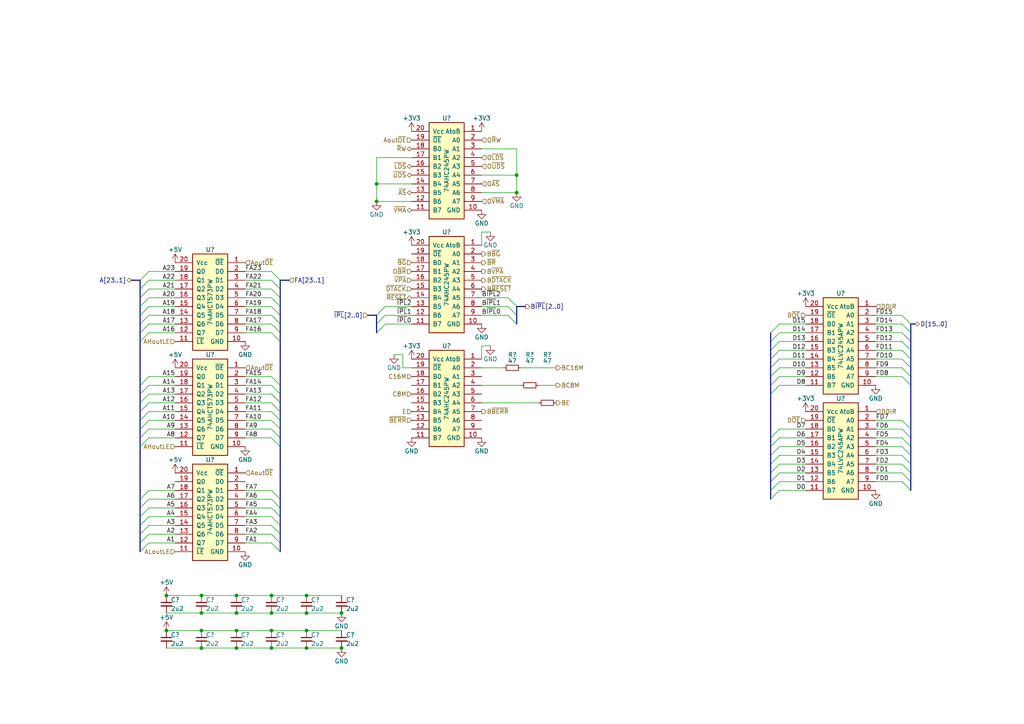
<source format=kicad_sch>
(kicad_sch (version 20211123) (generator eeschema)
  (paper "A4")
  (lib_symbols
    (symbol "Device:C_Small" (pin_numbers hide) (pin_names (offset 0.254) hide)
      (property "Reference" "C" (at 0.254 1.778 0))
      (property "Value" "C_Small" (at 0.254 -2.032 0))
      (symbol "C_Small_0_1"
        (polyline (pts (xy -1.524 -0.508) (xy 1.524 -0.508)) (stroke (width 0.3302)))
        (polyline (pts (xy -1.524 0.508) (xy 1.524 0.508)) (stroke (width 0.3048)))
      )
      (symbol "C_Small_1_1"
        (pin passive line (at 0 2.54 270) (length 2.032) (name "~") (number "1"))
        (pin passive line (at 0 -2.54 90) (length 2.032) (name "~") (number "2"))
      )
    )
    (symbol "Device:R_Small" (pin_numbers hide) (pin_names (offset 0.254) hide)
      (property "Reference" "R" (at 0.762 0.508 0))
      (property "Value" "R_Small" (at 0.762 -1.016 0))
      (symbol "R_Small_0_1"
        (rectangle (start -0.762 1.778) (end 0.762 -1.778) (stroke (width 0.2032)))
      )
      (symbol "R_Small_1_1"
        (pin passive line (at 0 2.54 270) (length 0.762) (name "~") (number "1"))
        (pin passive line (at 0 -2.54 90) (length 0.762) (name "~") (number "2"))
      )
    )
    (symbol "GW_Logic:74245" (pin_names (offset 1.016))
      (property "Reference" "U" (at 0 15.24 0))
      (property "Value" "74245" (at 0 0 90))
      (symbol "74245_0_1"
        (rectangle (start -5.08 13.97) (end 5.08 -13.97) (stroke (width 0.254)) (fill (type background)))
      )
      (symbol "74245_1_1"
        (pin input line (at -10.16 11.43 0) (length 5.08) (name "AtoB") (number "1"))
        (pin power_in line (at -10.16 -11.43 0) (length 5.08) (name "GND") (number "10"))
        (pin bidirectional line (at 10.16 -11.43 180) (length 5.08) (name "B7") (number "11"))
        (pin bidirectional line (at 10.16 -8.89 180) (length 5.08) (name "B6") (number "12"))
        (pin bidirectional line (at 10.16 -6.35 180) (length 5.08) (name "B5") (number "13"))
        (pin bidirectional line (at 10.16 -3.81 180) (length 5.08) (name "B4") (number "14"))
        (pin bidirectional line (at 10.16 -1.27 180) (length 5.08) (name "B3") (number "15"))
        (pin bidirectional line (at 10.16 1.27 180) (length 5.08) (name "B2") (number "16"))
        (pin bidirectional line (at 10.16 3.81 180) (length 5.08) (name "B1") (number "17"))
        (pin bidirectional line (at 10.16 6.35 180) (length 5.08) (name "B0") (number "18"))
        (pin input line (at 10.16 8.89 180) (length 5.08) (name "~{OE}") (number "19"))
        (pin bidirectional line (at -10.16 8.89 0) (length 5.08) (name "A0") (number "2"))
        (pin power_in line (at 10.16 11.43 180) (length 5.08) (name "Vcc") (number "20"))
        (pin bidirectional line (at -10.16 6.35 0) (length 5.08) (name "A1") (number "3"))
        (pin bidirectional line (at -10.16 3.81 0) (length 5.08) (name "A2") (number "4"))
        (pin bidirectional line (at -10.16 1.27 0) (length 5.08) (name "A3") (number "5"))
        (pin bidirectional line (at -10.16 -1.27 0) (length 5.08) (name "A4") (number "6"))
        (pin bidirectional line (at -10.16 -3.81 0) (length 5.08) (name "A5") (number "7"))
        (pin bidirectional line (at -10.16 -6.35 0) (length 5.08) (name "A6") (number "8"))
        (pin bidirectional line (at -10.16 -8.89 0) (length 5.08) (name "A7") (number "9"))
      )
    )
    (symbol "GW_Logic:74573" (pin_names (offset 1.016))
      (property "Reference" "U" (at 0 15.24 0))
      (property "Value" "74573" (at 0 -15.24 0))
      (symbol "74573_0_1"
        (rectangle (start -5.08 13.97) (end 5.08 -13.97) (stroke (width 0.254)) (fill (type background)))
      )
      (symbol "74573_1_1"
        (pin input line (at -10.16 11.43 0) (length 5.08) (name "~{OE}") (number "1"))
        (pin power_in line (at -10.16 -11.43 0) (length 5.08) (name "GND") (number "10"))
        (pin input line (at 10.16 -11.43 180) (length 5.08) (name "~{LE}") (number "11"))
        (pin tri_state line (at 10.16 -8.89 180) (length 5.08) (name "Q7") (number "12"))
        (pin tri_state line (at 10.16 -6.35 180) (length 5.08) (name "Q6") (number "13"))
        (pin tri_state line (at 10.16 -3.81 180) (length 5.08) (name "Q5") (number "14"))
        (pin tri_state line (at 10.16 -1.27 180) (length 5.08) (name "Q4") (number "15"))
        (pin tri_state line (at 10.16 1.27 180) (length 5.08) (name "Q3") (number "16"))
        (pin tri_state line (at 10.16 3.81 180) (length 5.08) (name "Q2") (number "17"))
        (pin tri_state line (at 10.16 6.35 180) (length 5.08) (name "Q1") (number "18"))
        (pin tri_state line (at 10.16 8.89 180) (length 5.08) (name "Q0") (number "19"))
        (pin input line (at -10.16 8.89 0) (length 5.08) (name "D0") (number "2"))
        (pin power_in line (at 10.16 11.43 180) (length 5.08) (name "Vcc") (number "20"))
        (pin input line (at -10.16 6.35 0) (length 5.08) (name "D1") (number "3"))
        (pin input line (at -10.16 3.81 0) (length 5.08) (name "D2") (number "4"))
        (pin input line (at -10.16 1.27 0) (length 5.08) (name "D3") (number "5"))
        (pin input line (at -10.16 -1.27 0) (length 5.08) (name "D4") (number "6"))
        (pin input line (at -10.16 -3.81 0) (length 5.08) (name "D5") (number "7"))
        (pin input line (at -10.16 -6.35 0) (length 5.08) (name "D6") (number "8"))
        (pin input line (at -10.16 -8.89 0) (length 5.08) (name "D7") (number "9"))
      )
    )
    (symbol "power:+3V3" (power) (pin_names (offset 0))
      (property "Value" "+3V3" (at 0 3.556 0))
      (symbol "+3V3_0_1"
        (polyline (pts (xy -0.762 1.27) (xy 0 2.54)))
        (polyline (pts (xy 0 0) (xy 0 2.54)))
        (polyline (pts (xy 0 2.54) (xy 0.762 1.27)))
      )
      (symbol "+3V3_1_1"
        (pin power_in line (at 0 0 90) (length 0) hide (name "+3V3") (number "1"))
      )
    )
    (symbol "power:+5V" (power) (pin_names (offset 0))
      (property "Value" "+5V" (at 0 3.556 0))
      (symbol "+5V_0_1"
        (polyline (pts (xy -0.762 1.27) (xy 0 2.54)))
        (polyline (pts (xy 0 0) (xy 0 2.54)))
        (polyline (pts (xy 0 2.54) (xy 0.762 1.27)))
      )
      (symbol "+5V_1_1"
        (pin power_in line (at 0 0 90) (length 0) hide (name "+5V") (number "1"))
      )
    )
    (symbol "power:GND" (power) (pin_names (offset 0))
      (property "Value" "GND" (at 0 -3.81 0))
      (symbol "GND_0_1"
        (polyline (pts (xy 0 0) (xy 0 -1.27) (xy 1.27 -1.27) (xy 0 -2.54) (xy -1.27 -1.27) (xy 0 -1.27)))
      )
      (symbol "GND_1_1"
        (pin power_in line (at 0 0 270) (length 0) hide (name "GND") (number "1"))
      )
    )
  )
  (junction (at 58.42 182.88))
  (junction (at 78.74 187.96))
  (junction (at 78.74 182.88))
  (junction (at 78.74 177.8))
  (junction (at 68.58 172.72))
  (junction (at 68.58 187.96))
  (junction (at 99.06 177.8))
  (junction (at 88.9 182.88))
  (junction (at 109.22 58.42))
  (junction (at 48.26 182.88))
  (junction (at 149.86 50.8))
  (junction (at 88.9 187.96))
  (junction (at 58.42 177.8))
  (junction (at 99.06 187.96))
  (junction (at 68.58 182.88))
  (junction (at 68.58 177.8))
  (junction (at 58.42 187.96))
  (junction (at 88.9 172.72))
  (junction (at 109.22 53.34))
  (junction (at 149.86 55.88))
  (junction (at 58.42 172.72))
  (junction (at 48.26 172.72))
  (junction (at 78.74 172.72))
  (junction (at 88.9 177.8))
  (bus_entry (at 78.74 144.78) (size 2.54 2.54))
  (bus_entry (at 147.32 91.44) (size 2.54 2.54))
  (bus_entry (at 43.18 142.24) (size -2.54 2.54))
  (bus_entry (at 43.18 127) (size -2.54 2.54))
  (bus_entry (at 43.18 91.44) (size -2.54 2.54))
  (bus_entry (at 261.62 109.22) (size 2.54 2.54))
  (bus_entry (at 78.74 157.48) (size 2.54 2.54))
  (bus_entry (at 78.74 78.74) (size 2.54 2.54))
  (bus_entry (at 78.74 96.52) (size 2.54 2.54))
  (bus_entry (at 78.74 152.4) (size 2.54 2.54))
  (bus_entry (at 111.76 93.98) (size -2.54 2.54))
  (bus_entry (at 43.18 144.78) (size -2.54 2.54))
  (bus_entry (at 43.18 78.74) (size -2.54 2.54))
  (bus_entry (at 226.06 99.06) (size -2.54 2.54))
  (bus_entry (at 226.06 127) (size -2.54 2.54))
  (bus_entry (at 226.06 109.22) (size -2.54 2.54))
  (bus_entry (at 261.62 91.44) (size 2.54 2.54))
  (bus_entry (at 43.18 149.86) (size -2.54 2.54))
  (bus_entry (at 43.18 152.4) (size -2.54 2.54))
  (bus_entry (at 78.74 88.9) (size 2.54 2.54))
  (bus_entry (at 43.18 121.92) (size -2.54 2.54))
  (bus_entry (at 43.18 81.28) (size -2.54 2.54))
  (bus_entry (at 78.74 114.3) (size 2.54 2.54))
  (bus_entry (at 78.74 83.82) (size 2.54 2.54))
  (bus_entry (at 261.62 139.7) (size 2.54 2.54))
  (bus_entry (at 261.62 127) (size 2.54 2.54))
  (bus_entry (at 43.18 147.32) (size -2.54 2.54))
  (bus_entry (at 43.18 119.38) (size -2.54 2.54))
  (bus_entry (at 147.32 86.36) (size 2.54 2.54))
  (bus_entry (at 43.18 114.3) (size -2.54 2.54))
  (bus_entry (at 261.62 132.08) (size 2.54 2.54))
  (bus_entry (at 261.62 137.16) (size 2.54 2.54))
  (bus_entry (at 226.06 111.76) (size -2.54 2.54))
  (bus_entry (at 226.06 132.08) (size -2.54 2.54))
  (bus_entry (at 78.74 142.24) (size 2.54 2.54))
  (bus_entry (at 78.74 109.22) (size 2.54 2.54))
  (bus_entry (at 261.62 99.06) (size 2.54 2.54))
  (bus_entry (at 226.06 106.68) (size -2.54 2.54))
  (bus_entry (at 261.62 96.52) (size 2.54 2.54))
  (bus_entry (at 78.74 147.32) (size 2.54 2.54))
  (bus_entry (at 78.74 91.44) (size 2.54 2.54))
  (bus_entry (at 226.06 134.62) (size -2.54 2.54))
  (bus_entry (at 226.06 104.14) (size -2.54 2.54))
  (bus_entry (at 43.18 83.82) (size -2.54 2.54))
  (bus_entry (at 43.18 124.46) (size -2.54 2.54))
  (bus_entry (at 43.18 86.36) (size -2.54 2.54))
  (bus_entry (at 226.06 142.24) (size -2.54 2.54))
  (bus_entry (at 261.62 101.6) (size 2.54 2.54))
  (bus_entry (at 78.74 124.46) (size 2.54 2.54))
  (bus_entry (at 78.74 116.84) (size 2.54 2.54))
  (bus_entry (at 226.06 139.7) (size -2.54 2.54))
  (bus_entry (at 261.62 129.54) (size 2.54 2.54))
  (bus_entry (at 78.74 119.38) (size 2.54 2.54))
  (bus_entry (at 78.74 127) (size 2.54 2.54))
  (bus_entry (at 78.74 111.76) (size 2.54 2.54))
  (bus_entry (at 147.32 88.9) (size 2.54 2.54))
  (bus_entry (at 226.06 96.52) (size -2.54 2.54))
  (bus_entry (at 43.18 93.98) (size -2.54 2.54))
  (bus_entry (at 261.62 121.92) (size 2.54 2.54))
  (bus_entry (at 78.74 149.86) (size 2.54 2.54))
  (bus_entry (at 78.74 154.94) (size 2.54 2.54))
  (bus_entry (at 226.06 93.98) (size -2.54 2.54))
  (bus_entry (at 261.62 104.14) (size 2.54 2.54))
  (bus_entry (at 78.74 81.28) (size 2.54 2.54))
  (bus_entry (at 43.18 96.52) (size -2.54 2.54))
  (bus_entry (at 226.06 124.46) (size -2.54 2.54))
  (bus_entry (at 261.62 134.62) (size 2.54 2.54))
  (bus_entry (at 226.06 137.16) (size -2.54 2.54))
  (bus_entry (at 111.76 88.9) (size -2.54 2.54))
  (bus_entry (at 78.74 121.92) (size 2.54 2.54))
  (bus_entry (at 261.62 124.46) (size 2.54 2.54))
  (bus_entry (at 226.06 101.6) (size -2.54 2.54))
  (bus_entry (at 43.18 157.48) (size -2.54 2.54))
  (bus_entry (at 43.18 111.76) (size -2.54 2.54))
  (bus_entry (at 78.74 86.36) (size 2.54 2.54))
  (bus_entry (at 43.18 109.22) (size -2.54 2.54))
  (bus_entry (at 43.18 116.84) (size -2.54 2.54))
  (bus_entry (at 111.76 91.44) (size -2.54 2.54))
  (bus_entry (at 261.62 93.98) (size 2.54 2.54))
  (bus_entry (at 43.18 88.9) (size -2.54 2.54))
  (bus_entry (at 78.74 93.98) (size 2.54 2.54))
  (bus_entry (at 226.06 129.54) (size -2.54 2.54))
  (bus_entry (at 43.18 154.94) (size -2.54 2.54))
  (bus_entry (at 261.62 106.68) (size 2.54 2.54))
  (wire (pts (xy 48.26 177.8) (xy 58.42 177.8)))
  (wire (pts (xy 71.12 147.32) (xy 78.74 147.32)))
  (wire (pts (xy 226.06 134.62) (xy 233.68 134.62)))
  (bus (pts (xy 264.16 129.54) (xy 264.16 132.08)))
  (wire (pts (xy 71.12 83.82) (xy 78.74 83.82)))
  (wire (pts (xy 88.9 182.88) (xy 99.06 182.88)))
  (wire (pts (xy 116.84 106.68) (xy 119.38 106.68)))
  (bus (pts (xy 40.64 86.36) (xy 40.64 88.9)))
  (bus (pts (xy 264.16 109.22) (xy 264.16 111.76)))
  (wire (pts (xy 254 91.44) (xy 261.62 91.44)))
  (wire (pts (xy 226.06 142.24) (xy 233.68 142.24)))
  (bus (pts (xy 81.28 152.4) (xy 81.28 154.94)))
  (wire (pts (xy 43.18 124.46) (xy 50.8 124.46)))
  (wire (pts (xy 139.7 55.88) (xy 149.86 55.88)))
  (wire (pts (xy 139.7 106.68) (xy 146.05 106.68)))
  (wire (pts (xy 149.86 50.8) (xy 149.86 55.88)))
  (bus (pts (xy 40.64 152.4) (xy 40.64 154.94)))
  (wire (pts (xy 50.8 91.44) (xy 43.18 91.44)))
  (wire (pts (xy 43.18 144.78) (xy 50.8 144.78)))
  (wire (pts (xy 43.18 157.48) (xy 50.8 157.48)))
  (wire (pts (xy 71.12 127) (xy 78.74 127)))
  (wire (pts (xy 48.26 182.88) (xy 58.42 182.88)))
  (bus (pts (xy 106.68 91.44) (xy 109.22 91.44)))
  (bus (pts (xy 264.16 134.62) (xy 264.16 137.16)))
  (wire (pts (xy 50.8 93.98) (xy 43.18 93.98)))
  (bus (pts (xy 109.22 93.98) (xy 109.22 96.52)))
  (bus (pts (xy 264.16 101.6) (xy 264.16 104.14)))
  (wire (pts (xy 71.12 119.38) (xy 78.74 119.38)))
  (wire (pts (xy 71.12 116.84) (xy 78.74 116.84)))
  (wire (pts (xy 58.42 187.96) (xy 68.58 187.96)))
  (bus (pts (xy 149.86 88.9) (xy 149.86 91.44)))
  (bus (pts (xy 81.28 149.86) (xy 81.28 152.4)))
  (wire (pts (xy 226.06 99.06) (xy 233.68 99.06)))
  (bus (pts (xy 264.16 106.68) (xy 264.16 109.22)))
  (bus (pts (xy 81.28 88.9) (xy 81.28 91.44)))
  (wire (pts (xy 48.26 172.72) (xy 58.42 172.72)))
  (bus (pts (xy 264.16 96.52) (xy 264.16 99.06)))
  (bus (pts (xy 223.52 101.6) (xy 223.52 104.14)))
  (wire (pts (xy 226.06 137.16) (xy 233.68 137.16)))
  (bus (pts (xy 40.64 116.84) (xy 40.64 119.38)))
  (bus (pts (xy 40.64 96.52) (xy 40.64 99.06)))
  (wire (pts (xy 226.06 104.14) (xy 233.68 104.14)))
  (wire (pts (xy 78.74 172.72) (xy 88.9 172.72)))
  (wire (pts (xy 43.18 119.38) (xy 50.8 119.38)))
  (bus (pts (xy 149.86 91.44) (xy 149.86 93.98)))
  (bus (pts (xy 40.64 147.32) (xy 40.64 149.86)))
  (bus (pts (xy 264.16 111.76) (xy 264.16 124.46)))
  (wire (pts (xy 43.18 109.22) (xy 50.8 109.22)))
  (wire (pts (xy 139.7 111.76) (xy 151.13 111.76)))
  (bus (pts (xy 223.52 127) (xy 223.52 129.54)))
  (bus (pts (xy 81.28 96.52) (xy 81.28 99.06)))
  (wire (pts (xy 139.7 43.18) (xy 149.86 43.18)))
  (wire (pts (xy 71.12 152.4) (xy 78.74 152.4)))
  (bus (pts (xy 40.64 111.76) (xy 40.64 114.3)))
  (wire (pts (xy 43.18 152.4) (xy 50.8 152.4)))
  (bus (pts (xy 40.64 91.44) (xy 40.64 93.98)))
  (wire (pts (xy 254 93.98) (xy 261.62 93.98)))
  (wire (pts (xy 71.12 78.74) (xy 78.74 78.74)))
  (wire (pts (xy 114.3 102.87) (xy 116.84 102.87)))
  (wire (pts (xy 71.12 144.78) (xy 78.74 144.78)))
  (wire (pts (xy 50.8 86.36) (xy 43.18 86.36)))
  (wire (pts (xy 254 96.52) (xy 261.62 96.52)))
  (bus (pts (xy 40.64 144.78) (xy 40.64 147.32)))
  (wire (pts (xy 254 127) (xy 261.62 127)))
  (wire (pts (xy 71.12 93.98) (xy 78.74 93.98)))
  (wire (pts (xy 147.32 88.9) (xy 139.7 88.9)))
  (bus (pts (xy 40.64 129.54) (xy 40.64 144.78)))
  (wire (pts (xy 139.7 50.8) (xy 149.86 50.8)))
  (bus (pts (xy 81.28 157.48) (xy 81.28 160.02)))
  (bus (pts (xy 223.52 109.22) (xy 223.52 111.76)))
  (wire (pts (xy 139.7 100.33) (xy 139.7 104.14)))
  (bus (pts (xy 40.64 88.9) (xy 40.64 91.44)))
  (bus (pts (xy 264.16 93.98) (xy 264.16 96.52)))
  (wire (pts (xy 254 101.6) (xy 261.62 101.6)))
  (bus (pts (xy 40.64 154.94) (xy 40.64 157.48)))
  (bus (pts (xy 264.16 127) (xy 264.16 129.54)))
  (bus (pts (xy 81.28 114.3) (xy 81.28 116.84)))
  (wire (pts (xy 58.42 172.72) (xy 68.58 172.72)))
  (wire (pts (xy 111.76 88.9) (xy 119.38 88.9)))
  (wire (pts (xy 142.24 67.31) (xy 139.7 67.31)))
  (wire (pts (xy 50.8 96.52) (xy 43.18 96.52)))
  (bus (pts (xy 81.28 99.06) (xy 81.28 111.76)))
  (bus (pts (xy 81.28 129.54) (xy 81.28 144.78)))
  (bus (pts (xy 40.64 114.3) (xy 40.64 116.84)))
  (bus (pts (xy 152.4 88.9) (xy 149.86 88.9)))
  (wire (pts (xy 139.7 116.84) (xy 156.21 116.84)))
  (bus (pts (xy 81.28 121.92) (xy 81.28 124.46)))
  (wire (pts (xy 254 137.16) (xy 261.62 137.16)))
  (wire (pts (xy 43.18 142.24) (xy 50.8 142.24)))
  (wire (pts (xy 226.06 93.98) (xy 233.68 93.98)))
  (wire (pts (xy 58.42 182.88) (xy 68.58 182.88)))
  (bus (pts (xy 264.16 104.14) (xy 264.16 106.68)))
  (wire (pts (xy 226.06 129.54) (xy 233.68 129.54)))
  (bus (pts (xy 223.52 139.7) (xy 223.52 142.24)))
  (bus (pts (xy 40.64 81.28) (xy 40.64 83.82)))
  (wire (pts (xy 139.7 100.33) (xy 142.24 100.33)))
  (wire (pts (xy 88.9 177.8) (xy 99.06 177.8)))
  (bus (pts (xy 81.28 147.32) (xy 81.28 149.86)))
  (wire (pts (xy 68.58 187.96) (xy 78.74 187.96)))
  (wire (pts (xy 71.12 142.24) (xy 78.74 142.24)))
  (bus (pts (xy 40.64 93.98) (xy 40.64 96.52)))
  (wire (pts (xy 71.12 111.76) (xy 78.74 111.76)))
  (bus (pts (xy 40.64 83.82) (xy 40.64 86.36)))
  (bus (pts (xy 223.52 99.06) (xy 223.52 101.6)))
  (wire (pts (xy 71.12 91.44) (xy 78.74 91.44)))
  (wire (pts (xy 226.06 139.7) (xy 233.68 139.7)))
  (bus (pts (xy 81.28 86.36) (xy 81.28 88.9)))
  (wire (pts (xy 151.13 106.68) (xy 161.29 106.68)))
  (wire (pts (xy 139.7 67.31) (xy 139.7 71.12)))
  (wire (pts (xy 254 99.06) (xy 261.62 99.06)))
  (wire (pts (xy 111.76 91.44) (xy 119.38 91.44)))
  (wire (pts (xy 71.12 109.22) (xy 78.74 109.22)))
  (bus (pts (xy 264.16 99.06) (xy 264.16 101.6)))
  (bus (pts (xy 223.52 132.08) (xy 223.52 134.62)))
  (wire (pts (xy 43.18 147.32) (xy 50.8 147.32)))
  (bus (pts (xy 81.28 119.38) (xy 81.28 121.92)))
  (bus (pts (xy 40.64 124.46) (xy 40.64 127)))
  (wire (pts (xy 43.18 154.94) (xy 50.8 154.94)))
  (bus (pts (xy 40.64 157.48) (xy 40.64 160.02)))
  (wire (pts (xy 71.12 81.28) (xy 78.74 81.28)))
  (wire (pts (xy 78.74 187.96) (xy 88.9 187.96)))
  (bus (pts (xy 40.64 127) (xy 40.64 129.54)))
  (wire (pts (xy 147.32 86.36) (xy 139.7 86.36)))
  (bus (pts (xy 223.52 134.62) (xy 223.52 137.16)))
  (bus (pts (xy 81.28 83.82) (xy 81.28 86.36)))
  (wire (pts (xy 71.12 86.36) (xy 78.74 86.36)))
  (bus (pts (xy 81.28 81.28) (xy 81.28 83.82)))
  (wire (pts (xy 50.8 81.28) (xy 43.18 81.28)))
  (wire (pts (xy 226.06 124.46) (xy 233.68 124.46)))
  (wire (pts (xy 254 132.08) (xy 261.62 132.08)))
  (bus (pts (xy 81.28 116.84) (xy 81.28 119.38)))
  (wire (pts (xy 50.8 78.74) (xy 43.18 78.74)))
  (wire (pts (xy 78.74 182.88) (xy 88.9 182.88)))
  (wire (pts (xy 254 121.92) (xy 261.62 121.92)))
  (wire (pts (xy 226.06 111.76) (xy 233.68 111.76)))
  (wire (pts (xy 147.32 91.44) (xy 139.7 91.44)))
  (bus (pts (xy 81.28 111.76) (xy 81.28 114.3)))
  (wire (pts (xy 226.06 127) (xy 233.68 127)))
  (wire (pts (xy 149.86 43.18) (xy 149.86 50.8)))
  (bus (pts (xy 264.16 139.7) (xy 264.16 142.24)))
  (bus (pts (xy 223.52 96.52) (xy 223.52 99.06)))
  (bus (pts (xy 264.16 132.08) (xy 264.16 134.62)))
  (wire (pts (xy 226.06 101.6) (xy 233.68 101.6)))
  (bus (pts (xy 81.28 144.78) (xy 81.28 147.32)))
  (wire (pts (xy 156.21 111.76) (xy 161.29 111.76)))
  (wire (pts (xy 88.9 187.96) (xy 99.06 187.96)))
  (wire (pts (xy 78.74 177.8) (xy 88.9 177.8)))
  (wire (pts (xy 119.38 53.34) (xy 109.22 53.34)))
  (bus (pts (xy 223.52 142.24) (xy 223.52 144.78)))
  (wire (pts (xy 71.12 88.9) (xy 78.74 88.9)))
  (wire (pts (xy 109.22 53.34) (xy 109.22 58.42)))
  (wire (pts (xy 71.12 149.86) (xy 78.74 149.86)))
  (bus (pts (xy 223.52 111.76) (xy 223.52 114.3)))
  (wire (pts (xy 43.18 121.92) (xy 50.8 121.92)))
  (wire (pts (xy 254 109.22) (xy 261.62 109.22)))
  (wire (pts (xy 119.38 45.72) (xy 109.22 45.72)))
  (bus (pts (xy 40.64 149.86) (xy 40.64 152.4)))
  (bus (pts (xy 109.22 91.44) (xy 109.22 93.98)))
  (bus (pts (xy 40.64 121.92) (xy 40.64 124.46)))
  (bus (pts (xy 40.64 99.06) (xy 40.64 111.76)))
  (wire (pts (xy 226.06 96.52) (xy 233.68 96.52)))
  (wire (pts (xy 254 139.7) (xy 261.62 139.7)))
  (bus (pts (xy 264.16 137.16) (xy 264.16 139.7)))
  (wire (pts (xy 71.12 154.94) (xy 78.74 154.94)))
  (wire (pts (xy 111.76 93.98) (xy 119.38 93.98)))
  (wire (pts (xy 226.06 132.08) (xy 233.68 132.08)))
  (bus (pts (xy 223.52 106.68) (xy 223.52 109.22)))
  (wire (pts (xy 109.22 45.72) (xy 109.22 53.34)))
  (bus (pts (xy 83.82 81.28) (xy 81.28 81.28)))
  (wire (pts (xy 116.84 102.87) (xy 116.84 106.68)))
  (bus (pts (xy 265.43 93.98) (xy 264.16 93.98)))
  (bus (pts (xy 223.52 129.54) (xy 223.52 132.08)))
  (bus (pts (xy 81.28 154.94) (xy 81.28 157.48)))
  (wire (pts (xy 48.26 187.96) (xy 58.42 187.96)))
  (bus (pts (xy 81.28 127) (xy 81.28 129.54)))
  (wire (pts (xy 254 134.62) (xy 261.62 134.62)))
  (wire (pts (xy 68.58 182.88) (xy 78.74 182.88)))
  (wire (pts (xy 43.18 111.76) (xy 50.8 111.76)))
  (wire (pts (xy 50.8 83.82) (xy 43.18 83.82)))
  (wire (pts (xy 71.12 96.52) (xy 78.74 96.52)))
  (wire (pts (xy 226.06 106.68) (xy 233.68 106.68)))
  (wire (pts (xy 43.18 149.86) (xy 50.8 149.86)))
  (wire (pts (xy 43.18 127) (xy 50.8 127)))
  (wire (pts (xy 254 124.46) (xy 261.62 124.46)))
  (bus (pts (xy 81.28 124.46) (xy 81.28 127)))
  (wire (pts (xy 71.12 124.46) (xy 78.74 124.46)))
  (wire (pts (xy 254 129.54) (xy 261.62 129.54)))
  (wire (pts (xy 43.18 114.3) (xy 50.8 114.3)))
  (wire (pts (xy 226.06 109.22) (xy 233.68 109.22)))
  (bus (pts (xy 223.52 104.14) (xy 223.52 106.68)))
  (bus (pts (xy 40.64 119.38) (xy 40.64 121.92)))
  (bus (pts (xy 223.52 114.3) (xy 223.52 127)))
  (wire (pts (xy 71.12 114.3) (xy 78.74 114.3)))
  (wire (pts (xy 58.42 177.8) (xy 68.58 177.8)))
  (bus (pts (xy 264.16 124.46) (xy 264.16 127)))
  (wire (pts (xy 119.38 58.42) (xy 109.22 58.42)))
  (wire (pts (xy 71.12 121.92) (xy 78.74 121.92)))
  (wire (pts (xy 254 106.68) (xy 261.62 106.68)))
  (wire (pts (xy 68.58 177.8) (xy 78.74 177.8)))
  (wire (pts (xy 88.9 172.72) (xy 99.06 172.72)))
  (bus (pts (xy 223.52 137.16) (xy 223.52 139.7)))
  (wire (pts (xy 43.18 116.84) (xy 50.8 116.84)))
  (bus (pts (xy 81.28 91.44) (xy 81.28 93.98)))
  (bus (pts (xy 81.28 93.98) (xy 81.28 96.52)))
  (wire (pts (xy 50.8 88.9) (xy 43.18 88.9)))
  (bus (pts (xy 38.1 81.28) (xy 40.64 81.28)))
  (wire (pts (xy 254 104.14) (xy 261.62 104.14)))
  (wire (pts (xy 71.12 157.48) (xy 78.74 157.48)))
  (wire (pts (xy 68.58 172.72) (xy 78.74 172.72)))
  (label "~{IPL}2" (at 119.38 88.9 180))
  (label "FA18" (at 71.12 91.44 0))
  (label "A15" (at 50.8 109.22 180))
  (label "FD7" (at 254 121.92 0))
  (label "FA10" (at 71.12 121.92 0))
  (label "D10" (at 233.68 106.68 180))
  (label "D14" (at 233.68 96.52 180))
  (label "FA14" (at 71.12 111.76 0))
  (label "D4" (at 233.68 132.08 180))
  (label "A23" (at 50.8 78.74 180))
  (label "FD13" (at 254 96.52 0))
  (label "FD5" (at 254 127 0))
  (label "A9" (at 50.8 124.46 180))
  (label "A6" (at 50.8 144.78 180))
  (label "FA4" (at 71.12 149.86 0))
  (label "FA16" (at 71.12 96.52 0))
  (label "FD11" (at 254 101.6 0))
  (label "B~{IPL}2" (at 139.7 86.36 0))
  (label "FD2" (at 254 134.62 0))
  (label "FA23" (at 71.12 78.74 0))
  (label "A2" (at 50.8 154.94 180))
  (label "D6" (at 233.68 127 180))
  (label "A1" (at 50.8 157.48 180))
  (label "FA8" (at 71.12 127 0))
  (label "FA15" (at 71.12 109.22 0))
  (label "B~{IPL}0" (at 139.7 91.44 0))
  (label "FA17" (at 71.12 93.98 0))
  (label "FA20" (at 71.12 86.36 0))
  (label "A19" (at 50.8 88.9 180))
  (label "D12" (at 233.68 101.6 180))
  (label "FA19" (at 71.12 88.9 0))
  (label "A4" (at 50.8 149.86 180))
  (label "FA11" (at 71.12 119.38 0))
  (label "A22" (at 50.8 81.28 180))
  (label "FD8" (at 254 109.22 0))
  (label "A18" (at 50.8 91.44 180))
  (label "FD1" (at 254 137.16 0))
  (label "D0" (at 233.68 142.24 180))
  (label "A10" (at 50.8 121.92 180))
  (label "A21" (at 50.8 83.82 180))
  (label "A13" (at 50.8 114.3 180))
  (label "B~{IPL}1" (at 139.7 88.9 0))
  (label "FD3" (at 254 132.08 0))
  (label "D1" (at 233.68 139.7 180))
  (label "A7" (at 50.8 142.24 180))
  (label "A17" (at 50.8 93.98 180))
  (label "~{IPL}1" (at 119.38 91.44 180))
  (label "FA5" (at 71.12 147.32 0))
  (label "A8" (at 50.8 127 180))
  (label "A16" (at 50.8 96.52 180))
  (label "D11" (at 233.68 104.14 180))
  (label "FD15" (at 254 91.44 0))
  (label "A12" (at 50.8 116.84 180))
  (label "FD0" (at 254 139.7 0))
  (label "D5" (at 233.68 129.54 180))
  (label "FA9" (at 71.12 124.46 0))
  (label "FD9" (at 254 106.68 0))
  (label "FA1" (at 71.12 157.48 0))
  (label "A14" (at 50.8 111.76 180))
  (label "FA22" (at 71.12 81.28 0))
  (label "D15" (at 233.68 93.98 180))
  (label "D9" (at 233.68 109.22 180))
  (label "FA7" (at 71.12 142.24 0))
  (label "FA2" (at 71.12 154.94 0))
  (label "FA21" (at 71.12 83.82 0))
  (label "D13" (at 233.68 99.06 180))
  (label "FD4" (at 254 129.54 0))
  (label "~{IPL}0" (at 119.38 93.98 180))
  (label "A20" (at 50.8 86.36 180))
  (label "D3" (at 233.68 134.62 180))
  (label "D2" (at 233.68 137.16 180))
  (label "FD10" (at 254 104.14 0))
  (label "FA12" (at 71.12 116.84 0))
  (label "D8" (at 233.68 111.76 180))
  (label "D7" (at 233.68 124.46 180))
  (label "FD6" (at 254 124.46 0))
  (label "A3" (at 50.8 152.4 180))
  (label "FD14" (at 254 93.98 0))
  (label "FD12" (at 254 99.06 0))
  (label "A11" (at 50.8 119.38 180))
  (label "FA6" (at 71.12 144.78 0))
  (label "FA3" (at 71.12 152.4 0))
  (label "A5" (at 50.8 147.32 180))
  (label "FA13" (at 71.12 114.3 0))
  (hierarchical_label "O~{LDS}" (shape input) (at 139.7 45.72 0))
  (hierarchical_label "~{R}W" (shape tri_state) (at 119.38 43.18 180))
  (hierarchical_label "~{VPA}" (shape input) (at 119.38 81.28 180))
  (hierarchical_label "ALoutLE" (shape input) (at 50.8 160.02 180))
  (hierarchical_label "~{IPL}[2..0]" (shape input) (at 106.68 91.44 180))
  (hierarchical_label "B~{BERR}" (shape output) (at 139.7 119.38 0))
  (hierarchical_label "O~{BR}" (shape input) (at 119.38 78.74 180))
  (hierarchical_label "B~{IPL}[2..0]" (shape output) (at 152.4 88.9 0))
  (hierarchical_label "FA[23..1]" (shape input) (at 83.82 81.28 0))
  (hierarchical_label "O~{AS}" (shape input) (at 139.7 53.34 0))
  (hierarchical_label "C16M" (shape input) (at 119.38 109.22 180))
  (hierarchical_label "O~{UDS}" (shape input) (at 139.7 48.26 0))
  (hierarchical_label "AHoutLE" (shape input) (at 50.8 129.54 180))
  (hierarchical_label "DDIR" (shape input) (at 254 88.9 0))
  (hierarchical_label "O~{R}W" (shape input) (at 139.7 40.64 0))
  (hierarchical_label "Aout~{OE}" (shape input) (at 119.38 40.64 180))
  (hierarchical_label "BC8M" (shape output) (at 161.29 111.76 0))
  (hierarchical_label "~{UDS}" (shape tri_state) (at 119.38 50.8 180))
  (hierarchical_label "D~{OE}" (shape input) (at 233.68 121.92 180))
  (hierarchical_label "Aout~{OE}" (shape input) (at 71.12 76.2 0))
  (hierarchical_label "A[23..1]" (shape tri_state) (at 38.1 81.28 180))
  (hierarchical_label "~{DTACK}" (shape input) (at 119.38 83.82 180))
  (hierarchical_label "AHoutLE" (shape input) (at 50.8 99.06 180))
  (hierarchical_label "Aout~{OE}" (shape input) (at 71.12 106.68 0))
  (hierarchical_label "BC16M" (shape output) (at 161.29 106.68 0))
  (hierarchical_label "DDIR" (shape input) (at 254 119.38 0))
  (hierarchical_label "BE" (shape output) (at 161.29 116.84 0))
  (hierarchical_label "B~{RESET}" (shape output) (at 139.7 83.82 0))
  (hierarchical_label "~{VMA}" (shape tri_state) (at 119.38 60.96 180))
  (hierarchical_label "Aout~{OE}" (shape input) (at 71.12 137.16 0))
  (hierarchical_label "D~{OE}" (shape input) (at 233.68 91.44 180))
  (hierarchical_label "D[15..0]" (shape bidirectional) (at 265.43 93.98 0))
  (hierarchical_label "~{BR}" (shape output) (at 139.7 76.2 0))
  (hierarchical_label "B~{BG}" (shape output) (at 139.7 73.66 0))
  (hierarchical_label "~{AS}" (shape tri_state) (at 119.38 55.88 180))
  (hierarchical_label "O~{VMA}" (shape input) (at 139.7 58.42 0))
  (hierarchical_label "E" (shape input) (at 119.38 119.38 180))
  (hierarchical_label "B~{VPA}" (shape output) (at 139.7 78.74 0))
  (hierarchical_label "B~{DTACK}" (shape output) (at 139.7 81.28 0))
  (hierarchical_label "~{RESET}" (shape bidirectional) (at 119.38 86.36 180))
  (hierarchical_label "C8M" (shape input) (at 119.38 114.3 180))
  (hierarchical_label "~{BG}" (shape input) (at 119.38 76.2 180))
  (hierarchical_label "~{BERR}" (shape input) (at 119.38 121.92 180))
  (hierarchical_label "~{LDS}" (shape tri_state) (at 119.38 48.26 180))
  (symbol (lib_id "GW_Logic:74573") (at 60.96 148.59 0) (mirror y) (unit 1)
    (property "Reference" "U?" (at 60.96 133.35 0))
    (property "Value" "74AHCT573PW" (at 60.96 148.59 90))
    (property "Footprint" "stdpads:TSSOP-20_4.4x6.5mm_P0.65mm" (effects hide))
    (property "LCSC Part" "C141311" (effects hide))
  )
  (symbol (lib_id "GW_Logic:74573") (at 60.96 118.11 0) (mirror y) (unit 1)
    (property "Reference" "U?" (at 60.96 102.87 0))
    (property "Value" "74AHCT573PW" (at 60.96 118.11 90))
    (property "Footprint" "stdpads:TSSOP-20_4.4x6.5mm_P0.65mm" (effects hide))
    (property "LCSC Part" "C141311" (effects hide))
  )
  (symbol (lib_id "power:GND") (at 71.12 160.02 0) (unit 1)
    (property "Reference" "#PWR?" (effects hide))
    (property "Value" "GND" (at 71.12 163.83 0))
  )
  (symbol (lib_id "power:GND") (at 71.12 129.54 0) (unit 1)
    (property "Reference" "#PWR?" (effects hide))
    (property "Value" "GND" (at 71.12 133.35 0))
  )
  (symbol (lib_id "GW_Logic:74573") (at 60.96 87.63 0) (mirror y) (unit 1)
    (property "Reference" "U?" (at 60.96 72.39 0))
    (property "Value" "74AHCT573PW" (at 60.96 87.63 90))
    (property "Footprint" "stdpads:TSSOP-20_4.4x6.5mm_P0.65mm" (effects hide))
    (property "LCSC Part" "C141311" (effects hide))
  )
  (symbol (lib_id "power:GND") (at 71.12 99.06 0) (unit 1)
    (property "Reference" "#PWR?" (effects hide))
    (property "Value" "GND" (at 71.12 102.87 0))
  )
  (symbol (lib_id "Device:C_Small") (at 58.42 185.42 0) (unit 1)
    (property "Reference" "C?" (at 59.69 184.15 0) (effects (justify left)))
    (property "Value" "2u2" (at 59.69 186.69 0) (effects (justify left)))
    (property "Footprint" "stdpads:C_0603" (effects hide))
    (property "LCSC Part" "C23630" (effects hide))
  )
  (symbol (lib_id "Device:C_Small") (at 68.58 185.42 0) (unit 1)
    (property "Reference" "C?" (at 69.85 184.15 0) (effects (justify left)))
    (property "Value" "2u2" (at 69.85 186.69 0) (effects (justify left)))
    (property "Footprint" "stdpads:C_0603" (effects hide))
    (property "LCSC Part" "C23630" (effects hide))
  )
  (symbol (lib_id "Device:C_Small") (at 78.74 185.42 0) (unit 1)
    (property "Reference" "C?" (at 80.01 184.15 0) (effects (justify left)))
    (property "Value" "2u2" (at 80.01 186.69 0) (effects (justify left)))
    (property "Footprint" "stdpads:C_0603" (effects hide))
    (property "LCSC Part" "C23630" (effects hide))
  )
  (symbol (lib_id "Device:C_Small") (at 48.26 185.42 0) (unit 1)
    (property "Reference" "C?" (at 49.53 184.15 0) (effects (justify left)))
    (property "Value" "2u2" (at 49.53 186.69 0) (effects (justify left)))
    (property "Footprint" "stdpads:C_0603" (effects hide))
    (property "LCSC Part" "C23630" (effects hide))
  )
  (symbol (lib_id "Device:C_Small") (at 99.06 185.42 0) (unit 1)
    (property "Reference" "C?" (at 100.33 184.15 0) (effects (justify left)))
    (property "Value" "2u2" (at 100.33 186.69 0) (effects (justify left)))
    (property "Footprint" "stdpads:C_0603" (effects hide))
    (property "LCSC Part" "C23630" (effects hide))
  )
  (symbol (lib_id "Device:C_Small") (at 88.9 185.42 0) (unit 1)
    (property "Reference" "C?" (at 90.17 184.15 0) (effects (justify left)))
    (property "Value" "2u2" (at 90.17 186.69 0) (effects (justify left)))
    (property "Footprint" "stdpads:C_0603" (effects hide))
    (property "LCSC Part" "C23630" (effects hide))
  )
  (symbol (lib_id "power:GND") (at 99.06 187.96 0) (mirror y) (unit 1)
    (property "Reference" "#PWR?" (effects hide))
    (property "Value" "GND" (at 99.06 191.77 0))
  )
  (symbol (lib_id "power:+5V") (at 50.8 137.16 0) (unit 1)
    (property "Reference" "#PWR?" (effects hide))
    (property "Value" "+5V" (at 50.8 133.35 0))
  )
  (symbol (lib_id "power:+5V") (at 50.8 106.68 0) (unit 1)
    (property "Reference" "#PWR?" (effects hide))
    (property "Value" "+5V" (at 50.8 102.87 0))
  )
  (symbol (lib_id "power:+5V") (at 50.8 76.2 0) (unit 1)
    (property "Reference" "#PWR?" (effects hide))
    (property "Value" "+5V" (at 50.8 72.39 0))
  )
  (symbol (lib_id "power:+5V") (at 48.26 172.72 0) (unit 1)
    (property "Reference" "#PWR?" (effects hide))
    (property "Value" "+5V" (at 48.26 168.91 0))
  )
  (symbol (lib_id "power:+5V") (at 48.26 182.88 0) (unit 1)
    (property "Reference" "#PWR?" (effects hide))
    (property "Value" "+5V" (at 48.26 179.07 0))
  )
  (symbol (lib_id "Device:C_Small") (at 58.42 175.26 0) (unit 1)
    (property "Reference" "C?" (at 59.69 173.99 0) (effects (justify left)))
    (property "Value" "2u2" (at 59.69 176.53 0) (effects (justify left)))
    (property "Footprint" "stdpads:C_0603" (effects hide))
    (property "LCSC Part" "C23630" (effects hide))
  )
  (symbol (lib_id "Device:C_Small") (at 68.58 175.26 0) (unit 1)
    (property "Reference" "C?" (at 69.85 173.99 0) (effects (justify left)))
    (property "Value" "2u2" (at 69.85 176.53 0) (effects (justify left)))
    (property "Footprint" "stdpads:C_0603" (effects hide))
    (property "LCSC Part" "C23630" (effects hide))
  )
  (symbol (lib_id "Device:C_Small") (at 78.74 175.26 0) (unit 1)
    (property "Reference" "C?" (at 80.01 173.99 0) (effects (justify left)))
    (property "Value" "2u2" (at 80.01 176.53 0) (effects (justify left)))
    (property "Footprint" "stdpads:C_0603" (effects hide))
    (property "LCSC Part" "C23630" (effects hide))
  )
  (symbol (lib_id "Device:C_Small") (at 48.26 175.26 0) (unit 1)
    (property "Reference" "C?" (at 49.53 173.99 0) (effects (justify left)))
    (property "Value" "2u2" (at 49.53 176.53 0) (effects (justify left)))
    (property "Footprint" "stdpads:C_0603" (effects hide))
    (property "LCSC Part" "C23630" (effects hide))
  )
  (symbol (lib_id "Device:C_Small") (at 99.06 175.26 0) (unit 1)
    (property "Reference" "C?" (at 100.33 173.99 0) (effects (justify left)))
    (property "Value" "2u2" (at 100.33 176.53 0) (effects (justify left)))
    (property "Footprint" "stdpads:C_0603" (effects hide))
    (property "LCSC Part" "C23630" (effects hide))
  )
  (symbol (lib_id "Device:C_Small") (at 88.9 175.26 0) (unit 1)
    (property "Reference" "C?" (at 90.17 173.99 0) (effects (justify left)))
    (property "Value" "2u2" (at 90.17 176.53 0) (effects (justify left)))
    (property "Footprint" "stdpads:C_0603" (effects hide))
    (property "LCSC Part" "C23630" (effects hide))
  )
  (symbol (lib_id "power:GND") (at 99.06 177.8 0) (mirror y) (unit 1)
    (property "Reference" "#PWR?" (effects hide))
    (property "Value" "GND" (at 99.06 181.61 0))
  )
  (symbol (lib_id "Device:R_Small") (at 153.67 111.76 90) (unit 1)
    (property "Reference" "R?" (at 153.67 102.87 90))
    (property "Value" "47" (at 153.67 105.41 90) (effects (justify top)))
  )
  (symbol (lib_id "power:GND") (at 114.3 102.87 0) (unit 1)
    (property "Reference" "#PWR?" (effects hide))
    (property "Value" "GND" (at 114.3 106.68 0))
  )
  (symbol (lib_id "GW_Logic:74245") (at 243.84 100.33 0) (mirror y) (unit 1)
    (property "Reference" "U?" (at 243.84 85.09 0))
    (property "Value" "74LVC245APW" (at 243.84 100.33 90))
  )
  (symbol (lib_id "power:GND") (at 139.7 60.96 0) (unit 1)
    (property "Reference" "#PWR?" (effects hide))
    (property "Value" "GND" (at 139.7 64.77 0))
  )
  (symbol (lib_id "GW_Logic:74245") (at 129.54 49.53 0) (mirror y) (unit 1)
    (property "Reference" "U?" (at 129.54 34.29 0))
    (property "Value" "74AHC245PW" (at 129.54 49.53 90))
  )
  (symbol (lib_id "GW_Logic:74245") (at 243.84 130.81 0) (mirror y) (unit 1)
    (property "Reference" "U?" (at 243.84 115.57 0))
    (property "Value" "74LVC245APW" (at 243.84 130.81 90))
  )
  (symbol (lib_id "power:+3V3") (at 233.6467 119.38 0) (unit 1)
    (property "Reference" "#PWR?" (effects hide))
    (property "Value" "+3V3" (at 233.6467 115.57 0))
  )
  (symbol (lib_id "Device:R_Small") (at 148.59 106.68 90) (unit 1)
    (property "Reference" "R?" (at 148.59 102.87 90))
    (property "Value" "47" (at 148.59 105.41 90) (effects (justify top)))
  )
  (symbol (lib_id "power:+3V3") (at 139.7 38.1 0) (unit 1)
    (property "Reference" "#PWR?" (effects hide))
    (property "Value" "+3V3" (at 139.7 34.29 0))
  )
  (symbol (lib_id "power:GND") (at 139.7 93.98 0) (unit 1)
    (property "Reference" "#PWR?" (effects hide))
    (property "Value" "GND" (at 139.7 97.79 0))
  )
  (symbol (lib_id "power:GND") (at 142.24 100.33 0) (unit 1)
    (property "Reference" "#PWR?" (effects hide))
    (property "Value" "GND" (at 142.24 104.14 0))
  )
  (symbol (lib_id "power:GND") (at 254 111.76 0) (mirror y) (unit 1)
    (property "Reference" "#PWR?" (effects hide))
    (property "Value" "GND" (at 254 115.57 0))
  )
  (symbol (lib_id "GW_Logic:74245") (at 129.54 115.57 0) (mirror y) (unit 1)
    (property "Reference" "U?" (at 129.54 100.33 0))
    (property "Value" "74AHC245PW" (at 129.54 115.57 90))
  )
  (symbol (lib_id "power:+3V3") (at 119.38 71.12 0) (unit 1)
    (property "Reference" "#PWR?" (effects hide))
    (property "Value" "+3V3" (at 119.38 67.31 0))
  )
  (symbol (lib_id "power:GND") (at 149.86 55.88 0) (unit 1)
    (property "Reference" "#PWR?" (effects hide))
    (property "Value" "GND" (at 149.86 59.69 0))
  )
  (symbol (lib_id "power:GND") (at 139.7 127 0) (unit 1)
    (property "Reference" "#PWR?" (effects hide))
    (property "Value" "GND" (at 139.7 130.81 0))
  )
  (symbol (lib_id "power:+3V3") (at 119.38 38.1 0) (unit 1)
    (property "Reference" "#PWR?" (effects hide))
    (property "Value" "+3V3" (at 119.38 34.29 0))
  )
  (symbol (lib_id "power:GND") (at 254 142.24 0) (mirror y) (unit 1)
    (property "Reference" "#PWR?" (effects hide))
    (property "Value" "GND" (at 254 146.05 0))
  )
  (symbol (lib_id "power:GND") (at 109.22 58.42 0) (mirror y) (unit 1)
    (property "Reference" "#PWR?" (effects hide))
    (property "Value" "GND" (at 109.22 62.23 0))
  )
  (symbol (lib_id "power:GND") (at 119.38 127 0) (unit 1)
    (property "Reference" "#PWR?" (effects hide))
    (property "Value" "GND" (at 119.38 130.81 0))
  )
  (symbol (lib_id "GW_Logic:74245") (at 129.54 82.55 0) (mirror y) (unit 1)
    (property "Reference" "U?" (at 129.54 67.31 0))
    (property "Value" "74AHC245PW" (at 129.54 82.55 90))
  )
  (symbol (lib_id "power:+3V3") (at 119.38 104.14 0) (unit 1)
    (property "Reference" "#PWR?" (effects hide))
    (property "Value" "+3V3" (at 119.38 100.33 0))
  )
  (symbol (lib_id "Device:R_Small") (at 158.75 116.84 90) (unit 1)
    (property "Reference" "R?" (at 158.75 102.87 90))
    (property "Value" "47" (at 158.75 105.41 90) (effects (justify top)))
  )
  (symbol (lib_id "power:GND") (at 142.24 67.31 0) (unit 1)
    (property "Reference" "#PWR?" (effects hide))
    (property "Value" "GND" (at 142.24 71.12 0))
  )
  (symbol (lib_id "power:+3V3") (at 233.68 88.9 0) (unit 1)
    (property "Reference" "#PWR?" (effects hide))
    (property "Value" "+3V3" (at 233.68 85.09 0))
  )
)
</source>
